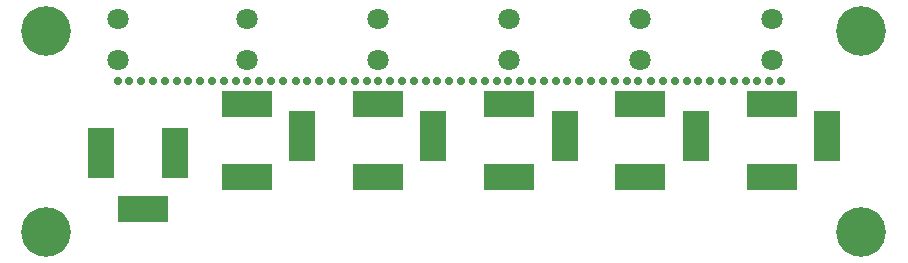
<source format=gbs>
G04 Layer_Color=16711935*
%FSLAX25Y25*%
%MOIN*%
G70*
G01*
G75*
%ADD22C,0.16548*%
%ADD23R,0.16548X0.08674*%
%ADD24R,0.08674X0.16548*%
%ADD25C,0.07099*%
%ADD26R,0.08674X0.16548*%
%ADD27R,0.16548X0.08674*%
%ADD28C,0.02769*%
D22*
X283465Y78740D02*
D03*
Y11811D02*
D03*
X11811D02*
D03*
Y78740D02*
D03*
D23*
X209750Y54409D02*
D03*
Y30000D02*
D03*
X122250Y54409D02*
D03*
Y30000D02*
D03*
X78500Y54409D02*
D03*
Y30000D02*
D03*
X166000Y54409D02*
D03*
Y30000D02*
D03*
X253500Y54409D02*
D03*
Y30000D02*
D03*
D24*
X228254Y43780D02*
D03*
X140754D02*
D03*
X97004D02*
D03*
X184504D02*
D03*
X272004D02*
D03*
D25*
X253500Y69000D02*
D03*
Y82780D02*
D03*
X209750Y69000D02*
D03*
Y82780D02*
D03*
X166000Y69000D02*
D03*
Y82780D02*
D03*
X122250Y69000D02*
D03*
Y82780D02*
D03*
X78500Y69000D02*
D03*
Y82780D02*
D03*
X35500Y69110D02*
D03*
Y82890D02*
D03*
D26*
X54500Y38000D02*
D03*
X30091D02*
D03*
D27*
X43870Y19496D02*
D03*
D28*
X154000Y62000D02*
D03*
X157937D02*
D03*
X161874D02*
D03*
X165811D02*
D03*
X169748D02*
D03*
X173685D02*
D03*
X177622D02*
D03*
X181559D02*
D03*
X185496D02*
D03*
X189433D02*
D03*
X193370D02*
D03*
X197307D02*
D03*
X201244D02*
D03*
X205181D02*
D03*
X209118D02*
D03*
X256689D02*
D03*
X252752D02*
D03*
X248815D02*
D03*
X244878D02*
D03*
X240941D02*
D03*
X237004D02*
D03*
X233067D02*
D03*
X229130D02*
D03*
X225193D02*
D03*
X221256D02*
D03*
X217319D02*
D03*
X213382D02*
D03*
X94882D02*
D03*
X98819D02*
D03*
X102756D02*
D03*
X106693D02*
D03*
X110630D02*
D03*
X114567D02*
D03*
X118504D02*
D03*
X122441D02*
D03*
X126378D02*
D03*
X130315D02*
D03*
X134252D02*
D03*
X138189D02*
D03*
X142126D02*
D03*
X146063D02*
D03*
X150000D02*
D03*
X90618D02*
D03*
X86681D02*
D03*
X82744D02*
D03*
X78807D02*
D03*
X74870D02*
D03*
X70933D02*
D03*
X66996D02*
D03*
X63059D02*
D03*
X59122D02*
D03*
X55185D02*
D03*
X51248D02*
D03*
X47311D02*
D03*
X43374D02*
D03*
X39437D02*
D03*
X35500D02*
D03*
M02*

</source>
